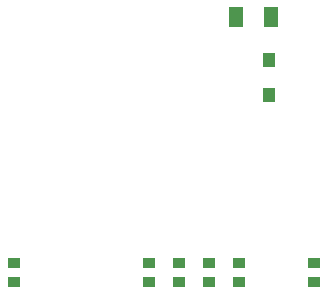
<source format=gbp>
G04 EAGLE Gerber RS-274X export*
G75*
%MOMM*%
%FSLAX34Y34*%
%LPD*%
%INBottom Paste*%
%IPPOS*%
%AMOC8*
5,1,8,0,0,1.08239X$1,22.5*%
G01*
%ADD10R,0.979100X0.870900*%
%ADD11R,1.195500X1.815300*%
%ADD12R,1.115300X1.235400*%


D10*
X228600Y119004D03*
X228600Y134996D03*
X38100Y119004D03*
X38100Y134996D03*
X177800Y119004D03*
X177800Y134996D03*
X203200Y119004D03*
X203200Y134996D03*
X152400Y119004D03*
X152400Y134996D03*
X292100Y119004D03*
X292100Y134996D03*
D11*
X226701Y342900D03*
X255899Y342900D03*
D12*
X254000Y307000D03*
X254000Y277200D03*
M02*

</source>
